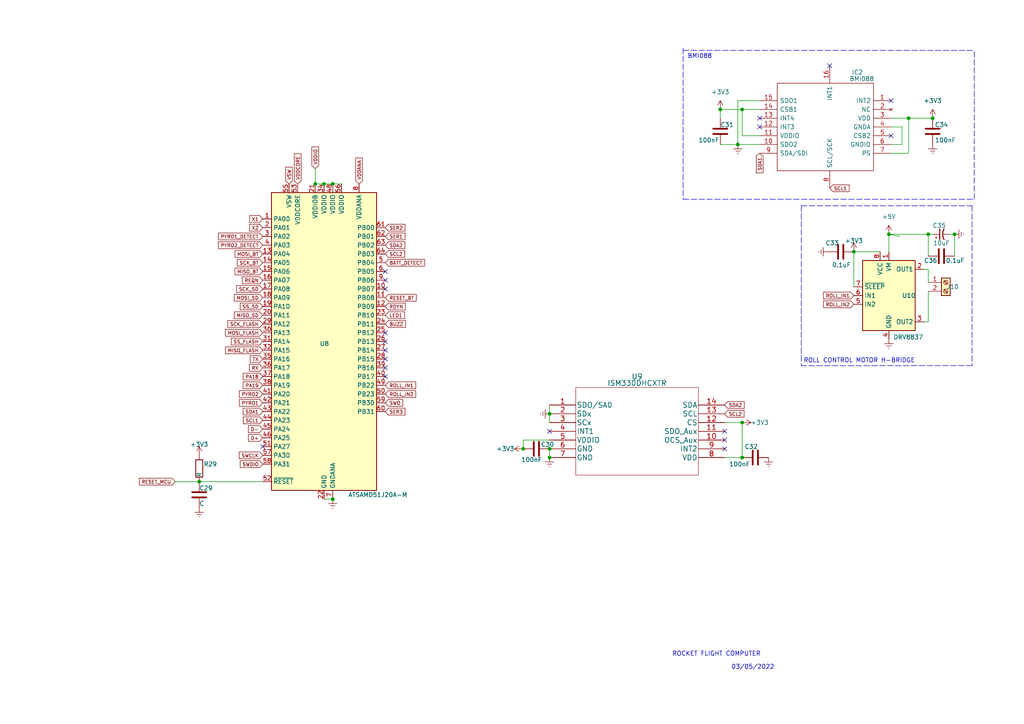
<source format=kicad_sch>
(kicad_sch (version 20211123) (generator eeschema)
  (paper "A4")
  (lib_symbols
    (symbol "BMI088:BMI088" (pin_names (offset 0.762))
      (property "Reference" "IC" (at 31.75 17.78 0))
      (property "Value" "BMI088" (at 31.75 15.24 0))
      (symbol "BMI088_0_0"
        (pin passive line (at 10.16 17.78 270) (length 5.08) (name "INT2") (number "1"))
        (pin passive line (at 22.86 -20.32 90) (length 5.08) (name "SDO2") (number "10"))
        (pin passive line (at 20.32 -20.32 90) (length 5.08) (name "VDDIO") (number "11"))
        (pin passive line (at 17.78 -20.32 90) (length 5.08) (name "INT3") (number "12"))
        (pin passive line (at 15.24 -20.32 90) (length 5.08) (name "INT4") (number "13"))
        (pin passive line (at 12.7 -20.32 90) (length 5.08) (name "CSB1") (number "14"))
        (pin passive line (at 10.16 -20.32 90) (length 5.08) (name "SDO1") (number "15"))
        (pin passive line (at 0 0 0) (length 5.08) (name "INT1") (number "16"))
        (pin no_connect line (at 12.7 17.78 270) (length 5.08) (name "NC") (number "2"))
        (pin passive line (at 15.24 17.78 270) (length 5.08) (name "VDD") (number "3"))
        (pin passive line (at 17.78 17.78 270) (length 5.08) (name "GNDA") (number "4"))
        (pin passive line (at 20.32 17.78 270) (length 5.08) (name "CSB2") (number "5"))
        (pin passive line (at 22.86 17.78 270) (length 5.08) (name "GNDIO") (number "6"))
        (pin passive line (at 25.4 17.78 270) (length 5.08) (name "PS") (number "7"))
        (pin passive line (at 35.56 0 180) (length 5.08) (name "SCL/SCK") (number "8"))
        (pin passive line (at 25.4 -20.32 90) (length 5.08) (name "SDA/SDI") (number "9"))
      )
      (symbol "BMI088_0_1"
        (polyline (pts (xy 5.08 12.7) (xy 30.48 12.7) (xy 30.48 -15.24) (xy 5.08 -15.24) (xy 5.08 12.7)) (stroke (width 0.1524)))
      )
    )
    (symbol "Connector:Screw_Terminal_01x02" (pin_names (offset 1.016) hide)
      (property "Reference" "J" (at 0 2.54 0))
      (property "Value" "Screw_Terminal_01x02" (at 0 -5.08 0))
      (symbol "Screw_Terminal_01x02_1_1"
        (rectangle (start -1.27 1.27) (end 1.27 -3.81) (stroke (width 0.254)) (fill (type background)))
        (circle (center 0 -2.54) (radius 0.635) (stroke (width 0.1524)))
        (polyline (pts (xy -0.5334 -2.2098) (xy 0.3302 -3.048)) (stroke (width 0.1524)))
        (polyline (pts (xy -0.5334 0.3302) (xy 0.3302 -0.508)) (stroke (width 0.1524)))
        (polyline (pts (xy -0.3556 -2.032) (xy 0.508 -2.8702)) (stroke (width 0.1524)))
        (polyline (pts (xy -0.3556 0.508) (xy 0.508 -0.3302)) (stroke (width 0.1524)))
        (circle (center 0 0) (radius 0.635) (stroke (width 0.1524)))
        (pin passive line (at -5.08 0 0) (length 3.81) (name "Pin_1") (number "1"))
        (pin passive line (at -5.08 -2.54 0) (length 3.81) (name "Pin_2") (number "2"))
      )
    )
    (symbol "Device:C" (pin_numbers hide) (pin_names (offset 0.254))
      (property "Reference" "C" (at 0.635 2.54 0))
      (property "Value" "C" (at 0.635 -2.54 0))
      (symbol "C_0_1"
        (polyline (pts (xy -2.032 -0.762) (xy 2.032 -0.762)) (stroke (width 0.508)))
        (polyline (pts (xy -2.032 0.762) (xy 2.032 0.762)) (stroke (width 0.508)))
      )
      (symbol "C_1_1"
        (pin passive line (at 0 3.81 270) (length 2.794) (name "~") (number "1"))
        (pin passive line (at 0 -3.81 90) (length 2.794) (name "~") (number "2"))
      )
    )
    (symbol "Device:C_Polarized_Small_US" (pin_numbers hide) (pin_names (offset 0.254) hide)
      (property "Reference" "C" (at 0.254 1.778 0))
      (property "Value" "C_Polarized_Small_US" (at 0.254 -2.032 0))
      (symbol "C_Polarized_Small_US_0_1"
        (polyline (pts (xy -1.524 0.508) (xy 1.524 0.508)) (stroke (width 0.3048)))
        (polyline (pts (xy -1.27 1.524) (xy -0.762 1.524)))
        (polyline (pts (xy -1.016 1.27) (xy -1.016 1.778)))
        (arc (start 1.524 -0.762) (mid 0 -0.3734) (end -1.524 -0.762) (stroke (width 0.3048)))
      )
      (symbol "C_Polarized_Small_US_1_1"
        (pin passive line (at 0 2.54 270) (length 2.032) (name "~") (number "1"))
        (pin passive line (at 0 -2.54 90) (length 2.032) (name "~") (number "2"))
      )
    )
    (symbol "Device:R" (pin_numbers hide) (pin_names (offset 0))
      (property "Reference" "R" (at 2.032 0 90))
      (property "Value" "R" (at 0 0 90))
      (symbol "R_0_1"
        (rectangle (start -1.016 -2.54) (end 1.016 2.54) (stroke (width 0.254)))
      )
      (symbol "R_1_1"
        (pin passive line (at 0 3.81 270) (length 1.27) (name "~") (number "1"))
        (pin passive line (at 0 -3.81 90) (length 1.27) (name "~") (number "2"))
      )
    )
    (symbol "Driver_Motor:DRV8837"
      (property "Reference" "U" (at 6.35 11.43 0))
      (property "Value" "DRV8837" (at -10.16 11.43 0))
      (symbol "DRV8837_0_1"
        (rectangle (start -7.62 10.16) (end 7.62 -10.16) (stroke (width 0.254)) (fill (type background)))
      )
      (symbol "DRV8837_1_1"
        (pin power_in line (at 0 12.7 270) (length 2.54) (name "VM") (number "1"))
        (pin output line (at 10.16 7.62 180) (length 2.54) (name "OUT1") (number "2"))
        (pin output line (at 10.16 -7.62 180) (length 2.54) (name "OUT2") (number "3"))
        (pin power_in line (at 0 -12.7 90) (length 2.54) (name "GND") (number "4"))
        (pin input line (at -10.16 -2.54 0) (length 2.54) (name "IN2") (number "5"))
        (pin input line (at -10.16 0 0) (length 2.54) (name "IN1") (number "6"))
        (pin input line (at -10.16 2.54 0) (length 2.54) (name "~{SLEEP}") (number "7"))
        (pin power_in line (at -2.54 12.7 270) (length 2.54) (name "VCC") (number "8"))
        (pin passive line (at 0 -12.7 90) (length 2.54) hide (name "GND") (number "9"))
      )
    )
    (symbol "ISM330DHCXTR:ISM330DHCXTR" (pin_names (offset 0.254))
      (property "Reference" "U" (at 25.4 10.16 0))
      (property "Value" "ISM330DHCXTR" (at 25.4 7.62 0))
      (symbol "ISM330DHCXTR_1_1"
        (polyline (pts (xy 7.62 -20.32) (xy 43.18 -20.32)) (stroke (width 0.127)))
        (polyline (pts (xy 7.62 5.08) (xy 7.62 -20.32)) (stroke (width 0.127)))
        (polyline (pts (xy 43.18 -20.32) (xy 43.18 5.08)) (stroke (width 0.127)))
        (polyline (pts (xy 43.18 5.08) (xy 7.62 5.08)) (stroke (width 0.127)))
        (pin unspecified line (at 0 0 0) (length 7.62) (name "SDO/SA0") (number "1"))
        (pin unspecified line (at 50.8 -10.16 180) (length 7.62) (name "OCS_Aux") (number "10"))
        (pin unspecified line (at 50.8 -7.62 180) (length 7.62) (name "SDO_Aux") (number "11"))
        (pin unspecified line (at 50.8 -5.08 180) (length 7.62) (name "CS") (number "12"))
        (pin unspecified line (at 50.8 -2.54 180) (length 7.62) (name "SCL") (number "13"))
        (pin unspecified line (at 50.8 0 180) (length 7.62) (name "SDA") (number "14"))
        (pin unspecified line (at 0 -2.54 0) (length 7.62) (name "SDx") (number "2"))
        (pin unspecified line (at 0 -5.08 0) (length 7.62) (name "SCx") (number "3"))
        (pin input line (at 0 -7.62 0) (length 7.62) (name "INT1") (number "4"))
        (pin power_in line (at 0 -10.16 0) (length 7.62) (name "VDDIO") (number "5"))
        (pin power_in line (at 0 -12.7 0) (length 7.62) (name "GND") (number "6"))
        (pin power_in line (at 0 -15.24 0) (length 7.62) (name "GND") (number "7"))
        (pin power_in line (at 50.8 -15.24 180) (length 7.62) (name "VDD") (number "8"))
        (pin input line (at 50.8 -12.7 180) (length 7.62) (name "INT2") (number "9"))
      )
    )
    (symbol "MCU_Microchip_SAMD:ATSAMD51J20A-M"
      (property "Reference" "U" (at -15.24 -44.45 0))
      (property "Value" "ATSAMD51J20A-M" (at 5.08 -44.45 0))
      (symbol "ATSAMD51J20A-M_0_1"
        (rectangle (start -15.24 43.18) (end 15.24 -43.18) (stroke (width 0.254)) (fill (type background)))
      )
      (symbol "ATSAMD51J20A-M_1_0"
        (pin bidirectional line (at 17.78 25.4 180) (length 2.54) (name "PB03") (number "64"))
      )
      (symbol "ATSAMD51J20A-M_1_1"
        (pin bidirectional line (at -17.78 35.56 0) (length 2.54) (name "PA00") (number "1"))
        (pin bidirectional line (at 17.78 15.24 180) (length 2.54) (name "PB07") (number "10"))
        (pin bidirectional line (at 17.78 12.7 180) (length 2.54) (name "PB08") (number "11"))
        (pin bidirectional line (at 17.78 10.16 180) (length 2.54) (name "PB09") (number "12"))
        (pin bidirectional line (at -17.78 25.4 0) (length 2.54) (name "PA04") (number "13"))
        (pin bidirectional line (at -17.78 22.86 0) (length 2.54) (name "PA05") (number "14"))
        (pin bidirectional line (at -17.78 20.32 0) (length 2.54) (name "PA06") (number "15"))
        (pin bidirectional line (at -17.78 17.78 0) (length 2.54) (name "PA07") (number "16"))
        (pin bidirectional line (at -17.78 15.24 0) (length 2.54) (name "PA08") (number "17"))
        (pin bidirectional line (at -17.78 12.7 0) (length 2.54) (name "PA09") (number "18"))
        (pin bidirectional line (at -17.78 10.16 0) (length 2.54) (name "PA10") (number "19"))
        (pin bidirectional line (at -17.78 33.02 0) (length 2.54) (name "PA01") (number "2"))
        (pin bidirectional line (at -17.78 7.62 0) (length 2.54) (name "PA11") (number "20"))
        (pin power_in line (at -2.54 45.72 270) (length 2.54) (name "VDDIOB") (number "21"))
        (pin power_in line (at 0 -45.72 90) (length 2.54) (name "GND") (number "22"))
        (pin bidirectional line (at 17.78 7.62 180) (length 2.54) (name "PB10") (number "23"))
        (pin bidirectional line (at 17.78 5.08 180) (length 2.54) (name "PB11") (number "24"))
        (pin bidirectional line (at 17.78 2.54 180) (length 2.54) (name "PB12") (number "25"))
        (pin bidirectional line (at 17.78 0 180) (length 2.54) (name "PB13") (number "26"))
        (pin bidirectional line (at 17.78 -2.54 180) (length 2.54) (name "PB14") (number "27"))
        (pin bidirectional line (at 17.78 -5.08 180) (length 2.54) (name "PB15") (number "28"))
        (pin bidirectional line (at -17.78 5.08 0) (length 2.54) (name "PA12") (number "29"))
        (pin bidirectional line (at -17.78 30.48 0) (length 2.54) (name "PA02") (number "3"))
        (pin bidirectional line (at -17.78 2.54 0) (length 2.54) (name "PA13") (number "30"))
        (pin bidirectional line (at -17.78 0 0) (length 2.54) (name "PA14") (number "31"))
        (pin bidirectional line (at -17.78 -2.54 0) (length 2.54) (name "PA15") (number "32"))
        (pin passive line (at 0 -45.72 90) (length 2.54) hide (name "GND") (number "33"))
        (pin power_in line (at 0 45.72 270) (length 2.54) (name "VDDIO") (number "34"))
        (pin bidirectional line (at -17.78 -5.08 0) (length 2.54) (name "PA16") (number "35"))
        (pin bidirectional line (at -17.78 -7.62 0) (length 2.54) (name "PA17") (number "36"))
        (pin bidirectional line (at -17.78 -10.16 0) (length 2.54) (name "PA18") (number "37"))
        (pin bidirectional line (at -17.78 -12.7 0) (length 2.54) (name "PA19") (number "38"))
        (pin bidirectional line (at 17.78 -7.62 180) (length 2.54) (name "PB16") (number "39"))
        (pin bidirectional line (at -17.78 27.94 0) (length 2.54) (name "PA03") (number "4"))
        (pin bidirectional line (at 17.78 -10.16 180) (length 2.54) (name "PB17") (number "40"))
        (pin bidirectional line (at -17.78 -15.24 0) (length 2.54) (name "PA20") (number "41"))
        (pin bidirectional line (at -17.78 -17.78 0) (length 2.54) (name "PA21") (number "42"))
        (pin bidirectional line (at -17.78 -20.32 0) (length 2.54) (name "PA22") (number "43"))
        (pin bidirectional line (at -17.78 -22.86 0) (length 2.54) (name "PA23") (number "44"))
        (pin bidirectional line (at -17.78 -25.4 0) (length 2.54) (name "PA24") (number "45"))
        (pin bidirectional line (at -17.78 -27.94 0) (length 2.54) (name "PA25") (number "46"))
        (pin passive line (at 0 -45.72 90) (length 2.54) hide (name "GND") (number "47"))
        (pin power_in line (at 2.54 45.72 270) (length 2.54) (name "VDDIO") (number "48"))
        (pin bidirectional line (at 17.78 -12.7 180) (length 2.54) (name "PB22") (number "49"))
        (pin bidirectional line (at 17.78 22.86 180) (length 2.54) (name "PB04") (number "5"))
        (pin bidirectional line (at 17.78 -15.24 180) (length 2.54) (name "PB23") (number "50"))
        (pin bidirectional line (at -17.78 -30.48 0) (length 2.54) (name "PA27") (number "51"))
        (pin input line (at -17.78 -40.64 0) (length 2.54) (name "~{RESET}") (number "52"))
        (pin power_out line (at -7.62 45.72 270) (length 2.54) (name "VDDCORE") (number "53"))
        (pin passive line (at 0 -45.72 90) (length 2.54) hide (name "GND") (number "54"))
        (pin power_in line (at -10.16 45.72 270) (length 2.54) (name "VSW") (number "55"))
        (pin power_in line (at 5.08 45.72 270) (length 2.54) (name "VDDIO") (number "56"))
        (pin bidirectional line (at -17.78 -33.02 0) (length 2.54) (name "PA30") (number "57"))
        (pin bidirectional line (at -17.78 -35.56 0) (length 2.54) (name "PA31") (number "58"))
        (pin bidirectional line (at 17.78 -17.78 180) (length 2.54) (name "PB30") (number "59"))
        (pin bidirectional line (at 17.78 20.32 180) (length 2.54) (name "PB05") (number "6"))
        (pin bidirectional line (at 17.78 -20.32 180) (length 2.54) (name "PB31") (number "60"))
        (pin bidirectional line (at 17.78 33.02 180) (length 2.54) (name "PB00") (number "61"))
        (pin bidirectional line (at 17.78 30.48 180) (length 2.54) (name "PB01") (number "62"))
        (pin bidirectional line (at 17.78 27.94 180) (length 2.54) (name "PB02") (number "63"))
        (pin passive line (at 0 -45.72 90) (length 2.54) hide (name "GND") (number "65"))
        (pin power_in line (at 2.54 -45.72 90) (length 2.54) (name "GNDANA") (number "7"))
        (pin power_in line (at 10.16 45.72 270) (length 2.54) (name "VDDANA") (number "8"))
        (pin bidirectional line (at 17.78 17.78 180) (length 2.54) (name "PB06") (number "9"))
      )
    )
    (symbol "power:+3.3V" (power) (pin_names (offset 0))
      (property "Value" "+3.3V" (at 0 3.556 0))
      (symbol "+3.3V_0_1"
        (polyline (pts (xy -0.762 1.27) (xy 0 2.54)))
        (polyline (pts (xy 0 0) (xy 0 2.54)))
        (polyline (pts (xy 0 2.54) (xy 0.762 1.27)))
      )
      (symbol "+3.3V_1_1"
        (pin power_in line (at 0 0 90) (length 0) hide (name "+3V3") (number "1"))
      )
    )
    (symbol "power:+5V" (power) (pin_names (offset 0))
      (property "Value" "+5V" (at 0 3.556 0))
      (symbol "+5V_0_1"
        (polyline (pts (xy -0.762 1.27) (xy 0 2.54)))
        (polyline (pts (xy 0 0) (xy 0 2.54)))
        (polyline (pts (xy 0 2.54) (xy 0.762 1.27)))
      )
      (symbol "+5V_1_1"
        (pin power_in line (at 0 0 90) (length 0) hide (name "+5V") (number "1"))
      )
    )
    (symbol "power:Earth" (power) (pin_names (offset 0))
      (symbol "Earth_0_1"
        (polyline (pts (xy -0.635 -1.905) (xy 0.635 -1.905)))
        (polyline (pts (xy -0.127 -2.54) (xy 0.127 -2.54)))
        (polyline (pts (xy 0 -1.27) (xy 0 0)))
        (polyline (pts (xy 1.27 -1.27) (xy -1.27 -1.27)))
      )
      (symbol "Earth_1_1"
        (pin power_in line (at 0 0 270) (length 0) hide (name "Earth") (number "1"))
      )
    )
  )
  (junction (at 93.98 53.34))
  (junction (at 269.24 67.945))
  (junction (at 159.385 132.715))
  (junction (at 276.86 67.945))
  (junction (at 215.265 132.715))
  (junction (at 159.385 130.175))
  (junction (at 91.44 53.34))
  (junction (at 57.785 139.7))
  (junction (at 208.915 31.75))
  (junction (at 257.81 67.945))
  (junction (at 215.265 31.75))
  (junction (at 263.525 34.29))
  (junction (at 151.765 130.175))
  (junction (at 213.995 41.91))
  (junction (at 215.265 122.555))
  (junction (at 96.52 53.34))
  (junction (at 247.65 73.025))
  (junction (at 96.52 144.78))
  (junction (at 159.385 120.015))
  (junction (at 270.51 34.29))
  (no_connect (at 111.76 104.14))
  (no_connect (at 111.76 101.6))
  (no_connect (at 111.76 99.06))
  (no_connect (at 111.76 96.52))
  (no_connect (at 111.76 83.82))
  (no_connect (at 111.76 78.74))
  (no_connect (at 111.76 106.68))
  (no_connect (at 111.76 109.22))
  (no_connect (at 111.76 81.28))
  (no_connect (at 76.2 129.54))
  (no_connect (at 159.385 125.095))
  (no_connect (at 220.345 36.83))
  (no_connect (at 220.345 34.29))
  (no_connect (at 258.445 29.21))
  (no_connect (at 240.665 19.05))
  (no_connect (at 210.185 125.095))
  (no_connect (at 210.185 130.175))
  (no_connect (at 210.185 127.635))
  (no_connect (at 258.445 39.37))
  (polyline (pts (xy 282.575 57.785) (xy 282.575 14.605)))
  (wire (pts (xy 159.385 120.015) (xy 159.385 122.555)))
  (wire (pts (xy 258.445 34.29) (xy 263.525 34.29)))
  (wire (pts (xy 258.445 36.83) (xy 261.62 36.83)))
  (wire (pts (xy 50.8 139.7) (xy 57.785 139.7)))
  (polyline (pts (xy 232.41 59.69) (xy 281.94 59.69)))
  (wire (pts (xy 220.345 31.75) (xy 215.265 31.75)))
  (wire (pts (xy 269.24 93.345) (xy 267.97 93.345)))
  (wire (pts (xy 159.385 130.175) (xy 159.385 132.715)))
  (polyline (pts (xy 281.94 106.045) (xy 232.41 106.045)))
  (polyline (pts (xy 198.12 57.785) (xy 282.575 57.785)))
  (wire (pts (xy 151.765 127.635) (xy 151.765 130.175)))
  (wire (pts (xy 93.98 53.34) (xy 96.52 53.34)))
  (wire (pts (xy 257.81 73.025) (xy 257.81 67.945)))
  (wire (pts (xy 208.915 31.75) (xy 215.265 31.75)))
  (wire (pts (xy 91.44 53.34) (xy 93.98 53.34)))
  (wire (pts (xy 267.97 78.105) (xy 269.24 78.105)))
  (wire (pts (xy 208.915 34.29) (xy 208.915 31.75)))
  (wire (pts (xy 255.27 73.025) (xy 247.65 73.025)))
  (wire (pts (xy 261.62 41.91) (xy 258.445 41.91)))
  (wire (pts (xy 261.62 36.83) (xy 261.62 41.91)))
  (polyline (pts (xy 198.12 14.605) (xy 282.575 14.605)))
  (wire (pts (xy 276.86 67.945) (xy 276.86 74.295)))
  (wire (pts (xy 269.24 78.105) (xy 269.24 81.915)))
  (wire (pts (xy 269.24 67.945) (xy 269.24 74.295)))
  (wire (pts (xy 263.525 44.45) (xy 263.525 34.29)))
  (wire (pts (xy 275.59 67.945) (xy 276.86 67.945)))
  (wire (pts (xy 93.98 144.78) (xy 96.52 144.78)))
  (wire (pts (xy 159.385 117.475) (xy 159.385 120.015)))
  (wire (pts (xy 159.385 127.635) (xy 151.765 127.635)))
  (wire (pts (xy 263.525 34.29) (xy 270.51 34.29)))
  (wire (pts (xy 96.52 53.34) (xy 99.06 53.34)))
  (wire (pts (xy 257.81 67.945) (xy 260.985 68.58)))
  (wire (pts (xy 215.265 122.555) (xy 215.265 132.715)))
  (polyline (pts (xy 281.94 59.69) (xy 281.94 106.045)))
  (wire (pts (xy 257.81 67.945) (xy 269.24 67.945)))
  (wire (pts (xy 208.915 41.91) (xy 213.995 41.91)))
  (wire (pts (xy 215.265 132.715) (xy 210.185 132.715)))
  (wire (pts (xy 91.44 48.895) (xy 91.44 53.34)))
  (wire (pts (xy 215.265 39.37) (xy 220.345 39.37)))
  (polyline (pts (xy 232.41 59.69) (xy 232.41 106.045)))
  (wire (pts (xy 258.445 44.45) (xy 263.525 44.45)))
  (wire (pts (xy 247.65 73.025) (xy 247.65 83.185)))
  (polyline (pts (xy 198.12 13.97) (xy 198.12 57.785)))
  (wire (pts (xy 215.265 31.75) (xy 215.265 39.37)))
  (wire (pts (xy 213.995 41.91) (xy 220.345 41.91)))
  (wire (pts (xy 213.995 29.21) (xy 213.995 41.91)))
  (wire (pts (xy 210.185 122.555) (xy 215.265 122.555)))
  (wire (pts (xy 57.785 139.7) (xy 76.2 139.7)))
  (wire (pts (xy 269.24 84.455) (xy 269.24 93.345)))
  (wire (pts (xy 270.51 67.945) (xy 269.24 67.945)))
  (wire (pts (xy 220.345 29.21) (xy 213.995 29.21)))
  (text "03/05/2022" (at 212.09 194.31 0) (effects (font (size 1.27 1.27)) (justify left bottom)))
  (text "BMI088" (at 199.39 17.145 0) (effects (font (size 1.27 1.27)) (justify left bottom)))
  (text "ROLL CONTROL MOTOR H-BRIDGE" (at 233.045 105.41 0) (effects (font (size 1.27 1.27)) (justify left bottom)))
  (text "ROCKET FLIGHT COMPUTER" (at 194.945 190.5 0) (effects (font (size 1.27 1.27)) (justify left bottom)))
  (global_label "VDDIO" (shape input) (at 91.44 48.895 90) (effects (font (size 1 1))) (property "Intersheet References" "${INTERSHEET_REFS}" (effects hide)))
  (global_label "RX" (shape input) (at 76.2 106.68 180) (effects (font (size 1 1))) (property "Intersheet References" "${INTERSHEET_REFS}" (effects hide)))
  (global_label "SER1" (shape input) (at 111.76 68.58 0) (effects (font (size 1 1))) (property "Intersheet References" "${INTERSHEET_REFS}" (effects hide)))
  (global_label "X2" (shape input) (at 76.2 66.04 180) (effects (font (size 1 1))) (property "Intersheet References" "${INTERSHEET_REFS}" (effects hide)))
  (global_label "SCL1" (shape input) (at 240.665 54.61 0) (effects (font (size 1 1))) (property "Intersheet References" "${INTERSHEET_REFS}" (effects hide)))
  (global_label "MISO_BT" (shape input) (at 76.2 78.74 180) (effects (font (size 1 1))) (property "Intersheet References" "${INTERSHEET_REFS}" (effects hide)))
  (global_label "SDA2" (shape input) (at 210.185 117.475 0) (effects (font (size 1 1))) (property "Intersheet References" "${INTERSHEET_REFS}" (effects hide)))
  (global_label "ROLL_IN1" (shape input) (at 247.65 85.725 180) (effects (font (size 1 1))) (property "Intersheet References" "${INTERSHEET_REFS}" (effects hide)))
  (global_label "SCL2" (shape input) (at 210.185 120.015 0) (effects (font (size 1 1))) (property "Intersheet References" "${INTERSHEET_REFS}" (effects hide)))
  (global_label "X1" (shape input) (at 76.2 63.5 180) (effects (font (size 1 1))) (property "Intersheet References" "${INTERSHEET_REFS}" (effects hide)))
  (global_label "SDA1" (shape input) (at 220.345 44.45 270) (effects (font (size 1 1))) (property "Intersheet References" "${INTERSHEET_REFS}" (effects hide)))
  (global_label "LED1" (shape input) (at 111.76 91.44 0) (effects (font (size 1 1))) (property "Intersheet References" "${INTERSHEET_REFS}" (effects hide)))
  (global_label "SER2" (shape input) (at 111.76 66.04 0) (effects (font (size 1 1))) (property "Intersheet References" "${INTERSHEET_REFS}" (effects hide)))
  (global_label "ROLL_IN1" (shape input) (at 111.76 111.76 0) (effects (font (size 1 1))) (property "Intersheet References" "${INTERSHEET_REFS}" (effects hide)))
  (global_label "BUZZ" (shape input) (at 111.76 93.98 0) (effects (font (size 1 1))) (property "Intersheet References" "${INTERSHEET_REFS}" (effects hide)))
  (global_label "SS_SD" (shape input) (at 76.2 88.9 180) (effects (font (size 1 1))) (property "Intersheet References" "${INTERSHEET_REFS}" (effects hide)))
  (global_label "PYRO1_DETECT" (shape input) (at 76.2 68.58 180) (effects (font (size 1 1))) (property "Intersheet References" "${INTERSHEET_REFS}" (effects hide)))
  (global_label "D-" (shape input) (at 76.2 124.46 180) (effects (font (size 1 1))) (property "Intersheet References" "${INTERSHEET_REFS}" (effects hide)))
  (global_label "MISO_SD" (shape input) (at 76.2 91.44 180) (effects (font (size 1 1))) (property "Intersheet References" "${INTERSHEET_REFS}" (effects hide)))
  (global_label "SCK_SD" (shape input) (at 76.2 83.82 180) (effects (font (size 1 1))) (property "Intersheet References" "${INTERSHEET_REFS}" (effects hide)))
  (global_label "VDDCORE" (shape input) (at 86.36 53.34 90) (effects (font (size 1 1))) (property "Intersheet References" "${INTERSHEET_REFS}" (effects hide)))
  (global_label "MOSI_SD" (shape input) (at 76.2 86.36 180) (effects (font (size 1 1))) (property "Intersheet References" "${INTERSHEET_REFS}" (effects hide)))
  (global_label "RESET_BT" (shape input) (at 111.76 86.36 0) (effects (font (size 1 1))) (property "Intersheet References" "${INTERSHEET_REFS}" (effects hide)))
  (global_label "SER3" (shape input) (at 111.76 119.38 0) (effects (font (size 1 1))) (property "Intersheet References" "${INTERSHEET_REFS}" (effects hide)))
  (global_label "MISO_FLASH" (shape input) (at 76.2 101.6 180) (effects (font (size 1 1))) (property "Intersheet References" "${INTERSHEET_REFS}" (effects hide)))
  (global_label "RESET_MCU" (shape input) (at 50.8 139.7 180) (effects (font (size 1 1))) (property "Intersheet References" "${INTERSHEET_REFS}" (effects hide)))
  (global_label "SS_FLASH" (shape input) (at 76.2 99.06 180) (effects (font (size 1 1))) (property "Intersheet References" "${INTERSHEET_REFS}" (effects hide)))
  (global_label "SCK_FLASH" (shape input) (at 76.2 93.98 180) (effects (font (size 1 1))) (property "Intersheet References" "${INTERSHEET_REFS}" (effects hide)))
  (global_label "SWDIO" (shape input) (at 76.2 134.62 180) (effects (font (size 1 1))) (property "Intersheet References" "${INTERSHEET_REFS}" (effects hide)))
  (global_label "SDA1" (shape input) (at 76.2 119.38 180) (effects (font (size 1 1))) (property "Intersheet References" "${INTERSHEET_REFS}" (effects hide)))
  (global_label "PA18" (shape input) (at 76.2 109.22 180) (effects (font (size 1 1))) (property "Intersheet References" "${INTERSHEET_REFS}" (effects hide)))
  (global_label "PYRO2" (shape input) (at 76.2 114.3 180) (effects (font (size 1 1))) (property "Intersheet References" "${INTERSHEET_REFS}" (effects hide)))
  (global_label "ROLL_IN2" (shape input) (at 247.65 88.265 180) (effects (font (size 1 1))) (property "Intersheet References" "${INTERSHEET_REFS}" (effects hide)))
  (global_label "PA19" (shape input) (at 76.2 111.76 180) (effects (font (size 1 1))) (property "Intersheet References" "${INTERSHEET_REFS}" (effects hide)))
  (global_label "MOSI_FLASH" (shape input) (at 76.2 96.52 180) (effects (font (size 1 1))) (property "Intersheet References" "${INTERSHEET_REFS}" (effects hide)))
  (global_label "VDDANA" (shape input) (at 104.14 53.34 90) (effects (font (size 1 1))) (property "Intersheet References" "${INTERSHEET_REFS}" (effects hide)))
  (global_label "SDA2" (shape input) (at 111.76 71.12 0) (effects (font (size 1 1))) (property "Intersheet References" "${INTERSHEET_REFS}" (effects hide)))
  (global_label "VSW" (shape input) (at 83.82 53.34 90) (effects (font (size 1 1))) (property "Intersheet References" "${INTERSHEET_REFS}" (effects hide)))
  (global_label "PYRO1" (shape input) (at 76.2 116.84 180) (effects (font (size 1 1))) (property "Intersheet References" "${INTERSHEET_REFS}" (effects hide)))
  (global_label "PYRO2_DETECT" (shape input) (at 76.2 71.12 180) (effects (font (size 1 1))) (property "Intersheet References" "${INTERSHEET_REFS}" (effects hide)))
  (global_label "REQN" (shape input) (at 76.2 81.28 180) (effects (font (size 1 1))) (property "Intersheet References" "${INTERSHEET_REFS}" (effects hide)))
  (global_label "ROLL_IN2" (shape input) (at 111.76 114.3 0) (effects (font (size 1 1))) (property "Intersheet References" "${INTERSHEET_REFS}" (effects hide)))
  (global_label "BATT_DETECT" (shape input) (at 111.76 76.2 0) (effects (font (size 1 1))) (property "Intersheet References" "${INTERSHEET_REFS}" (effects hide)))
  (global_label "SCK_BT" (shape input) (at 76.2 76.2 180) (effects (font (size 1 1))) (property "Intersheet References" "${INTERSHEET_REFS}" (effects hide)))
  (global_label "RDYN" (shape input) (at 111.76 88.9 0) (effects (font (size 1 1))) (property "Intersheet References" "${INTERSHEET_REFS}" (effects hide)))
  (global_label "SWCLK" (shape input) (at 76.2 132.08 180) (effects (font (size 1 1))) (property "Intersheet References" "${INTERSHEET_REFS}" (effects hide)))
  (global_label "MOSI_BT" (shape input) (at 76.2 73.66 180) (effects (font (size 1 1))) (property "Intersheet References" "${INTERSHEET_REFS}" (effects hide)))
  (global_label "SCL2" (shape input) (at 111.76 73.66 0) (effects (font (size 1 1))) (property "Intersheet References" "${INTERSHEET_REFS}" (effects hide)))
  (global_label "D+" (shape input) (at 76.2 127 180) (effects (font (size 1 1))) (property "Intersheet References" "${INTERSHEET_REFS}" (effects hide)))
  (global_label "SCL1" (shape input) (at 76.2 121.92 180) (effects (font (size 1 1))) (property "Intersheet References" "${INTERSHEET_REFS}" (effects hide)))
  (global_label "TX" (shape input) (at 76.2 104.14 180) (effects (font (size 1 1))) (property "Intersheet References" "${INTERSHEET_REFS}" (effects hide)))
  (global_label "SWO" (shape input) (at 111.76 116.84 0) (effects (font (size 1 1))) (property "Intersheet References" "${INTERSHEET_REFS}" (effects hide)))
  (symbol (lib_id "Device:C") (at 208.915 38.1 0) (unit 1)
    (property "Reference" "C31" (at 208.915 36.195 0) (effects (justify left)))
    (property "Value" "100nF" (at 202.565 40.64 0) (effects (justify left)))
    (property "Footprint" "Capacitor_SMD:C_0201_0603Metric_Pad0.64x0.40mm_HandSolder" (effects hide))
  )
  (symbol (lib_id "power:Earth") (at 96.52 144.78 0) (unit 1)
    (property "Reference" "#PWR077" (effects hide))
    (property "Value" "Earth" (effects hide))
  )
  (symbol (lib_id "power:+3.3V") (at 57.785 132.08 0) (unit 1)
    (property "Reference" "#PWR075" (effects hide))
    (property "Value" "+3.3V" (at 57.785 128.905 0))
  )
  (symbol (lib_id "Device:C") (at 155.575 130.175 270) (unit 1)
    (property "Reference" "C30" (at 156.845 128.905 90) (effects (justify left)))
    (property "Value" "100nF" (at 151.13 133.35 90) (effects (justify left)))
    (property "Footprint" "Capacitor_SMD:C_0201_0603Metric_Pad0.64x0.40mm_HandSolder" (effects hide))
  )
  (symbol (lib_id "power:Earth") (at 159.385 132.715 0) (unit 1)
    (property "Reference" "#PWR080" (effects hide))
    (property "Value" "Earth" (effects hide))
  )
  (symbol (lib_id "power:Earth") (at 270.51 41.91 0) (unit 1)
    (property "Reference" "#PWR090" (effects hide))
    (property "Value" "Earth" (effects hide))
  )
  (symbol (lib_id "Driver_Motor:DRV8837") (at 257.81 85.725 0) (unit 1)
    (property "Reference" "U10" (at 261.62 85.725 0) (effects (justify left)))
    (property "Value" "DRV8837" (at 259.08 97.79 0) (effects (justify left)))
    (property "Footprint" "Package_SON:WSON-8-1EP_2x2mm_P0.5mm_EP0.9x1.6mm_ThermalVias" (effects hide))
    (property "Datasheet" "http://www.ti.com/lit/ds/symlink/drv8837.pdf" (effects hide))
  )
  (symbol (lib_id "power:+3.3V") (at 208.915 31.75 0) (unit 1)
    (property "Reference" "#PWR081" (effects hide))
    (property "Value" "+3.3V" (at 208.915 26.67 0))
  )
  (symbol (lib_id "power:Earth") (at 276.86 67.945 90) (unit 1)
    (property "Reference" "#PWR091" (effects hide))
    (property "Value" "Earth" (effects hide))
  )
  (symbol (lib_id "power:Earth") (at 213.995 41.91 0) (unit 1)
    (property "Reference" "#PWR082" (effects hide))
    (property "Value" "Earth" (effects hide))
  )
  (symbol (lib_id "power:Earth") (at 240.03 73.025 270) (unit 1)
    (property "Reference" "#PWR085" (effects hide))
    (property "Value" "Earth" (effects hide))
  )
  (symbol (lib_id "Device:C") (at 57.785 143.51 180) (unit 1)
    (property "Reference" "C29" (at 57.785 141.605 0) (effects (justify right)))
    (property "Value" "C" (at 57.785 146.05 0) (effects (justify right)))
    (property "Footprint" "Capacitor_SMD:C_0201_0603Metric_Pad0.64x0.40mm_HandSolder" (effects hide))
  )
  (symbol (lib_id "Connector:Screw_Terminal_01x02") (at 274.32 81.915 0) (unit 1)
    (property "Reference" "J10" (at 278.13 83.185 0) (effects (justify right)))
    (property "Value" "ARM" (effects hide))
    (property "Footprint" "Connector:Banana_Jack_2Pin" (effects hide))
  )
  (symbol (lib_id "power:+3.3V") (at 247.65 73.025 0) (unit 1)
    (property "Reference" "#PWR086" (effects hide))
    (property "Value" "+3.3V" (at 247.65 69.85 0))
  )
  (symbol (lib_id "MCU_Microchip_SAMD:ATSAMD51J20A-M") (at 93.98 99.06 0) (unit 1)
    (property "Reference" "U8" (at 92.71 99.695 0) (effects (justify left)))
    (property "Value" "ATSAMD51J20A-M" (at 100.965 143.51 0) (effects (justify left)))
    (property "Footprint" "Package_DFN_QFN:QFN-64-1EP_9x9mm_P0.5mm_EP3.8x3.8mm" (effects hide))
    (property "Datasheet" "http://ww1.microchip.com/downloads/en/DeviceDoc/60001507E.pdf" (effects hide))
  )
  (symbol (lib_id "power:+3.3V") (at 270.51 34.29 0) (unit 1)
    (property "Reference" "#PWR089" (effects hide))
    (property "Value" "+3.3V" (at 270.51 29.21 0))
  )
  (symbol (lib_id "power:Earth") (at 222.885 132.715 0) (unit 1)
    (property "Reference" "#PWR084" (effects hide))
    (property "Value" "Earth" (effects hide))
  )
  (symbol (lib_id "power:+3.3V") (at 215.265 122.555 270) (unit 1)
    (property "Reference" "#PWR083" (effects hide))
    (property "Value" "+3.3V" (at 220.345 122.555 90))
  )
  (symbol (lib_id "power:Earth") (at 57.785 147.32 0) (unit 1)
    (property "Reference" "#PWR076" (effects hide))
    (property "Value" "Earth" (effects hide))
  )
  (symbol (lib_id "Device:C") (at 219.075 132.715 270) (unit 1)
    (property "Reference" "C32" (at 215.9 129.54 90) (effects (justify left)))
    (property "Value" "100nF" (at 211.455 134.62 90) (effects (justify left)))
    (property "Footprint" "Capacitor_SMD:C_0201_0603Metric_Pad0.64x0.40mm_HandSolder" (effects hide))
  )
  (symbol (lib_id "Device:C") (at 273.05 74.295 270) (unit 1)
    (property "Reference" "C36" (at 267.97 75.565 90) (effects (justify left)))
    (property "Value" "0.1uF" (at 274.32 75.565 90) (effects (justify left)))
    (property "Footprint" "Capacitor_SMD:C_0201_0603Metric_Pad0.64x0.40mm_HandSolder" (effects hide))
  )
  (symbol (lib_id "Device:C") (at 243.84 73.025 270) (unit 1)
    (property "Reference" "C33" (at 239.395 70.485 90) (effects (justify left)))
    (property "Value" "0.1uF" (at 241.3 76.835 90) (effects (justify left)))
    (property "Footprint" "Capacitor_SMD:C_0201_0603Metric_Pad0.64x0.40mm_HandSolder" (effects hide))
  )
  (symbol (lib_id "power:+3.3V") (at 151.765 130.175 90) (unit 1)
    (property "Reference" "#PWR078" (effects hide))
    (property "Value" "+3.3V" (at 149.225 130.175 90) (effects (justify left)))
  )
  (symbol (lib_id "ISM330DHCXTR:ISM330DHCXTR") (at 159.385 117.475 0) (unit 1)
    (property "Reference" "U9" (at 184.785 109.22 0) (effects (font (size 1.524 1.524))))
    (property "Value" "ISM330DHCXTR" (at 184.785 111.125 0) (effects (font (size 1.524 1.524))))
    (property "Footprint" "ISM330DHCXTR:ISM330DHCXTR" (effects hide))
  )
  (symbol (lib_id "BMI088:BMI088") (at 240.665 19.05 270) (unit 1)
    (property "Reference" "IC2" (at 247.015 20.955 90) (effects (justify left)))
    (property "Value" "BMI088" (at 246.38 22.86 90) (effects (justify left)))
    (property "Footprint" "BMI088:BMI088" (effects hide))
    (property "Datasheet" "https://datasheet.datasheetarchive.com/originals/distributors/Datasheets_SAMA/994c3bf88e91a9e9fead6a819d348e4d.pdf" (effects hide))
    (property "Description" "Inertial Measurement Unit Digital Output 2.5V/3.3V Automotive" (effects hide))
    (property "Height" "1.45" (effects hide))
    (property "Manufacturer_Name" "Bosch Sensortec" (effects hide))
    (property "Manufacturer_Part_Number" "BMI088" (effects hide))
    (property "Mouser Part Number" "262-BMI088" (effects hide))
    (property "Mouser Price/Stock" "https://www.mouser.co.uk/ProductDetail/Bosch-Sensortec/BMI088?qs=f9yNj16SXrIMFspTV6RB6Q%3D%3D" (effects hide))
    (property "Arrow Part Number" "BMI088" (effects hide))
    (property "Arrow Price/Stock" "https://www.arrow.com/en/products/bmi088/bosch" (effects hide))
  )
  (symbol (lib_id "power:Earth") (at 159.385 120.015 270) (unit 1)
    (property "Reference" "#PWR079" (effects hide))
    (property "Value" "Earth" (effects hide))
  )
  (symbol (lib_id "Device:C_Polarized_Small_US") (at 273.05 67.945 90) (unit 1)
    (property "Reference" "C35" (at 272.415 65.405 90))
    (property "Value" "10uF" (at 273.05 70.485 90))
    (property "Footprint" "Capacitor_Tantalum_SMD:CP_EIA-1608-08_AVX-J_Pad1.25x1.05mm_HandSolder" (effects hide))
  )
  (symbol (lib_id "power:+5V") (at 257.81 67.945 0) (unit 1)
    (property "Reference" "#PWR087" (effects hide))
    (property "Value" "+5V" (at 257.81 62.865 0))
  )
  (symbol (lib_id "power:Earth") (at 257.81 98.425 0) (unit 1)
    (property "Reference" "#PWR088" (effects hide))
    (property "Value" "Earth" (effects hide))
  )
  (symbol (lib_id "Device:R") (at 57.785 135.89 180) (unit 1)
    (property "Reference" "R29" (at 59.055 134.62 0) (effects (justify right)))
    (property "Value" "R" (at 57.785 138.43 90) (effects (justify right)))
    (property "Footprint" "Resistor_SMD:R_0201_0603Metric_Pad0.64x0.40mm_HandSolder" (effects hide))
  )
  (symbol (lib_id "Device:C") (at 270.51 38.1 0) (unit 1)
    (property "Reference" "C34" (at 271.145 36.195 0) (effects (justify left)))
    (property "Value" "100nF" (at 271.145 40.64 0) (effects (justify left)))
    (property "Footprint" "Capacitor_SMD:C_0201_0603Metric_Pad0.64x0.40mm_HandSolder" (effects hide))
  )
)
</source>
